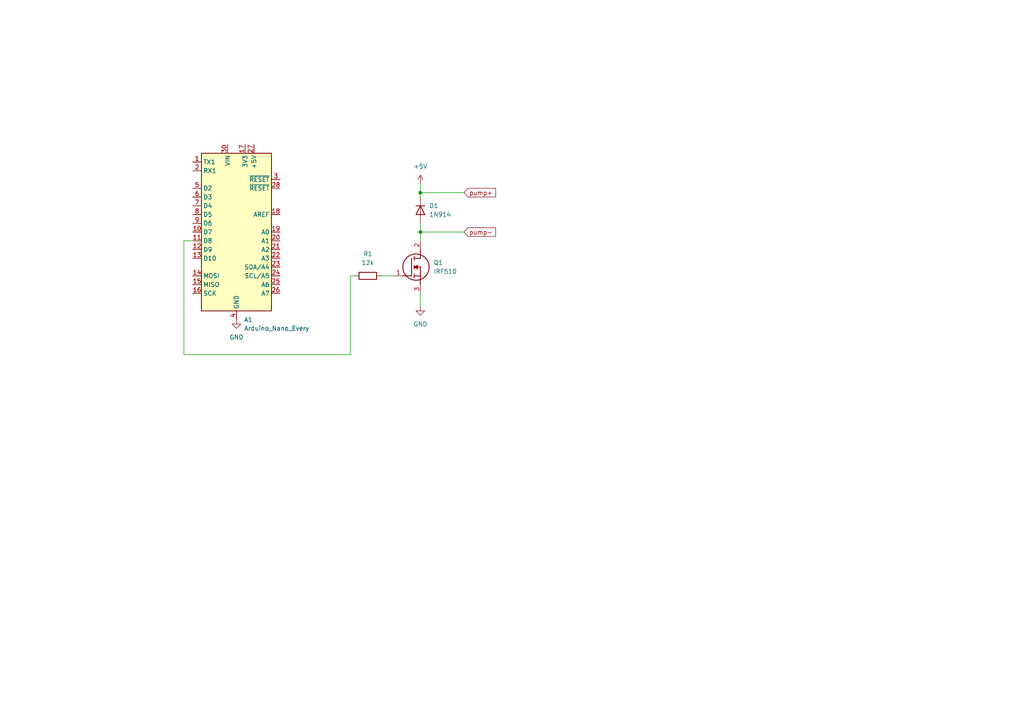
<source format=kicad_sch>
(kicad_sch (version 20230121) (generator eeschema)
  (paper "A4")
  (lib_symbols
    (symbol "Device:R" (pin_numbers hide) (pin_names (offset 0))
      (property "Reference" "R" (at 2.032 0 90))
      (property "Value" "R" (at 0 0 90))
      (symbol "R_0_1"
        (rectangle (start -1.016 -2.54) (end 1.016 2.54) (stroke (width 0.254)))
      )
      (symbol "R_1_1"
        (pin passive line (at 0 3.81 270) (length 1.27) (name "~") (number "1"))
        (pin passive line (at 0 -3.81 90) (length 1.27) (name "~") (number "2"))
      )
    )
    (symbol "Diode:1N914" (pin_numbers hide) (pin_names hide)
      (property "Reference" "D" (at 0 2.54 0))
      (property "Value" "1N914" (at 0 -2.54 0))
      (symbol "1N914_0_1"
        (polyline (pts (xy -1.27 1.27) (xy -1.27 -1.27)) (stroke (width 0.254)))
        (polyline (pts (xy 1.27 0) (xy -1.27 0)))
        (polyline (pts (xy 1.27 1.27) (xy 1.27 -1.27) (xy -1.27 0) (xy 1.27 1.27)) (stroke (width 0.254)))
      )
      (symbol "1N914_1_1"
        (pin passive line (at -3.81 0 0) (length 2.54) (name "K") (number "1"))
        (pin passive line (at 3.81 0 180) (length 2.54) (name "A") (number "2"))
      )
    )
    (symbol "IRF510:IRF510" (pin_names hide)
      (property "Reference" "Q" (at 11.43 3.81 0))
      (property "Value" "IRF510" (at 11.43 1.27 0))
      (symbol "IRF510_1_1"
        (polyline (pts (xy 2.54 0) (xy 5.08 0)) (stroke (width 0.254)))
        (polyline (pts (xy 5.08 5.08) (xy 5.08 0)) (stroke (width 0.254)))
        (polyline (pts (xy 5.842 -0.508) (xy 5.842 0.508)) (stroke (width 0.254)))
        (polyline (pts (xy 5.842 0) (xy 7.62 0)) (stroke (width 0.254)))
        (polyline (pts (xy 5.842 2.032) (xy 5.842 3.048)) (stroke (width 0.254)))
        (polyline (pts (xy 5.842 5.588) (xy 5.842 4.572)) (stroke (width 0.254)))
        (polyline (pts (xy 7.62 2.54) (xy 5.842 2.54)) (stroke (width 0.254)))
        (polyline (pts (xy 7.62 2.54) (xy 7.62 -2.54)) (stroke (width 0.254)))
        (polyline (pts (xy 7.62 5.08) (xy 5.842 5.08)) (stroke (width 0.254)))
        (polyline (pts (xy 7.62 5.08) (xy 7.62 7.62)) (stroke (width 0.254)))
        (polyline (pts (xy 5.842 2.54) (xy 6.858 3.048) (xy 6.858 2.032) (xy 5.842 2.54)) (stroke (width 0.254)) (fill (type outline)))
        (circle (center 6.35 2.54) (radius 3.81) (stroke (width 0.254)))
        (pin passive line (at 0 0 0) (length 2.54) (name "G") (number "1"))
        (pin passive line (at 7.62 10.16 270) (length 2.54) (name "D") (number "2"))
        (pin passive line (at 7.62 -5.08 90) (length 2.54) (name "S") (number "3"))
      )
    )
    (symbol "MCU_Module:Arduino_Nano_Every"
      (property "Reference" "A" (at -10.16 23.495 0))
      (property "Value" "Arduino_Nano_Every" (at 5.08 -24.13 0))
      (symbol "Arduino_Nano_Every_0_1"
        (rectangle (start -10.16 22.86) (end 10.16 -22.86) (stroke (width 0.254)) (fill (type background)))
      )
      (symbol "Arduino_Nano_Every_1_1"
        (pin bidirectional line (at -12.7 20.32 0) (length 2.54) (name "TX1") (number "1"))
        (pin bidirectional line (at -12.7 0 0) (length 2.54) (name "D7") (number "10"))
        (pin bidirectional line (at -12.7 -2.54 0) (length 2.54) (name "D8") (number "11"))
        (pin bidirectional line (at -12.7 -5.08 0) (length 2.54) (name "D9") (number "12"))
        (pin bidirectional line (at -12.7 -7.62 0) (length 2.54) (name "D10") (number "13"))
        (pin bidirectional line (at -12.7 -12.7 0) (length 2.54) (name "MOSI") (number "14"))
        (pin bidirectional line (at -12.7 -15.24 0) (length 2.54) (name "MISO") (number "15"))
        (pin bidirectional line (at -12.7 -17.78 0) (length 2.54) (name "SCK") (number "16"))
        (pin power_out line (at 2.54 25.4 270) (length 2.54) (name "3V3") (number "17"))
        (pin input line (at 12.7 5.08 180) (length 2.54) (name "AREF") (number "18"))
        (pin bidirectional line (at 12.7 0 180) (length 2.54) (name "A0") (number "19"))
        (pin bidirectional line (at -12.7 17.78 0) (length 2.54) (name "RX1") (number "2"))
        (pin bidirectional line (at 12.7 -2.54 180) (length 2.54) (name "A1") (number "20"))
        (pin bidirectional line (at 12.7 -5.08 180) (length 2.54) (name "A2") (number "21"))
        (pin bidirectional line (at 12.7 -7.62 180) (length 2.54) (name "A3") (number "22"))
        (pin bidirectional line (at 12.7 -10.16 180) (length 2.54) (name "SDA/A4") (number "23"))
        (pin bidirectional line (at 12.7 -12.7 180) (length 2.54) (name "SCL/A5") (number "24"))
        (pin bidirectional line (at 12.7 -15.24 180) (length 2.54) (name "A6") (number "25"))
        (pin bidirectional line (at 12.7 -17.78 180) (length 2.54) (name "A7") (number "26"))
        (pin power_out line (at 5.08 25.4 270) (length 2.54) (name "+5V") (number "27"))
        (pin input line (at 12.7 12.7 180) (length 2.54) (name "~{RESET}") (number "28"))
        (pin passive line (at 0 -25.4 90) (length 2.54) hide (name "GND") (number "29"))
        (pin input line (at 12.7 15.24 180) (length 2.54) (name "~{RESET}") (number "3"))
        (pin power_in line (at -2.54 25.4 270) (length 2.54) (name "VIN") (number "30"))
        (pin power_in line (at 0 -25.4 90) (length 2.54) (name "GND") (number "4"))
        (pin bidirectional line (at -12.7 12.7 0) (length 2.54) (name "D2") (number "5"))
        (pin bidirectional line (at -12.7 10.16 0) (length 2.54) (name "D3") (number "6"))
        (pin bidirectional line (at -12.7 7.62 0) (length 2.54) (name "D4") (number "7"))
        (pin bidirectional line (at -12.7 5.08 0) (length 2.54) (name "D5") (number "8"))
        (pin bidirectional line (at -12.7 2.54 0) (length 2.54) (name "D6") (number "9"))
      )
    )
    (symbol "power:+5V" (power) (pin_names (offset 0))
      (property "Value" "+5V" (at 0 3.556 0))
      (symbol "+5V_0_1"
        (polyline (pts (xy -0.762 1.27) (xy 0 2.54)))
        (polyline (pts (xy 0 0) (xy 0 2.54)))
        (polyline (pts (xy 0 2.54) (xy 0.762 1.27)))
      )
      (symbol "+5V_1_1"
        (pin power_in line (at 0 0 90) (length 0) hide (name "+5V") (number "1"))
      )
    )
    (symbol "power:GND" (power) (pin_names (offset 0))
      (property "Value" "GND" (at 0 -3.81 0))
      (symbol "GND_0_1"
        (polyline (pts (xy 0 0) (xy 0 -1.27) (xy 1.27 -1.27) (xy 0 -2.54) (xy -1.27 -1.27) (xy 0 -1.27)))
      )
      (symbol "GND_1_1"
        (pin power_in line (at 0 0 270) (length 0) hide (name "GND") (number "1"))
      )
    )
  )
  (junction (at 121.92 67.31))
  (junction (at 121.92 55.88))
  (wire (pts (xy 121.92 85.09) (xy 121.92 88.9)))
  (wire (pts (xy 53.34 102.87) (xy 101.6 102.87)))
  (wire (pts (xy 121.92 53.34) (xy 121.92 55.88)))
  (wire (pts (xy 101.6 80.01) (xy 102.87 80.01)))
  (wire (pts (xy 121.92 55.88) (xy 134.62 55.88)))
  (wire (pts (xy 110.49 80.01) (xy 114.3 80.01)))
  (wire (pts (xy 101.6 102.87) (xy 101.6 80.01)))
  (wire (pts (xy 121.92 67.31) (xy 134.62 67.31)))
  (wire (pts (xy 121.92 64.77) (xy 121.92 67.31)))
  (wire (pts (xy 53.34 69.85) (xy 53.34 102.87)))
  (wire (pts (xy 121.92 55.88) (xy 121.92 57.15)))
  (wire (pts (xy 55.88 69.85) (xy 53.34 69.85)))
  (wire (pts (xy 121.92 67.31) (xy 121.92 69.85)))
  (global_label "pump-" (shape input) (at 134.62 67.31 0) (property "Intersheetrefs" "${INTERSHEET_REFS}" (effects hide)))
  (global_label "pump+" (shape input) (at 134.62 55.88 0) (property "Intersheetrefs" "${INTERSHEET_REFS}" (effects hide)))
  (symbol (lib_id "Diode:1N914") (at 121.92 60.96 270) (unit 1)
    (property "Reference" "D1" (at 124.46 59.69 90) (effects (justify left)))
    (property "Value" "1N914" (at 124.46 62.23 90) (effects (justify left)))
    (property "Footprint" "Diode_THT:D_DO-35_SOD27_P7.62mm_Horizontal" (effects hide))
    (property "Datasheet" "http://www.vishay.com/docs/85622/1n914.pdf" (effects hide))
    (property "Sim.Device" "D" (effects hide))
    (property "Sim.Pins" "1=K 2=A" (effects hide))
  )
  (symbol (lib_id "Device:R") (at 106.68 80.01 90) (unit 1)
    (property "Reference" "R1" (at 106.68 73.66 90))
    (property "Value" "12k" (at 106.68 76.2 90))
    (property "Footprint" "Resistor_THT:R_Axial_DIN0207_L6.3mm_D2.5mm_P7.62mm_Horizontal" (effects hide))
  )
  (symbol (lib_id "power:+5V") (at 121.92 53.34 0) (unit 1)
    (property "Reference" "#PWR02" (effects hide))
    (property "Value" "+5V" (at 121.92 48.26 0))
  )
  (symbol (lib_id "IRF510:IRF510") (at 114.3 80.01 0) (unit 1)
    (property "Reference" "Q1" (at 125.73 76.2 0) (effects (justify left)))
    (property "Value" "IRF510" (at 125.73 78.74 0) (effects (justify left)))
    (property "Footprint" "footprints:IRF510PBF" (effects hide))
    (property "Datasheet" "https://datasheet.datasheetarchive.com/originals/distributors/Datasheets-DGA23/1581363.pdf" (effects hide))
    (property "Height" "4.65" (effects hide))
    (property "Mouser Part Number" "844-IRF510" (effects hide))
    (property "Mouser Price/Stock" "https://www.mouser.co.uk/ProductDetail/Vishay-Siliconix/IRF510?qs=ehM%252BESVsXgwwPzb18JjqFw%3D%3D" (effects hide))
    (property "Manufacturer_Name" "Vishay" (effects hide))
    (property "Manufacturer_Part_Number" "IRF510" (effects hide))
  )
  (symbol (lib_id "power:GND") (at 68.58 92.71 0) (unit 1)
    (property "Reference" "#PWR03" (effects hide))
    (property "Value" "GND" (at 68.58 97.79 0))
  )
  (symbol (lib_id "power:GND") (at 121.92 88.9 0) (unit 1)
    (property "Reference" "#PWR01" (effects hide))
    (property "Value" "GND" (at 121.92 93.98 0))
  )
  (symbol (lib_id "MCU_Module:Arduino_Nano_Every") (at 68.58 67.31 0) (unit 1)
    (property "Reference" "A1" (at 70.7741 92.71 0) (effects (justify left)))
    (property "Value" "Arduino_Nano_Every" (at 70.7741 95.25 0) (effects (justify left)))
    (property "Footprint" "Module:Arduino_Nano" (effects hide))
    (property "Datasheet" "https://content.arduino.cc/assets/NANOEveryV3.0_sch.pdf" (effects hide))
  )
)
</source>
